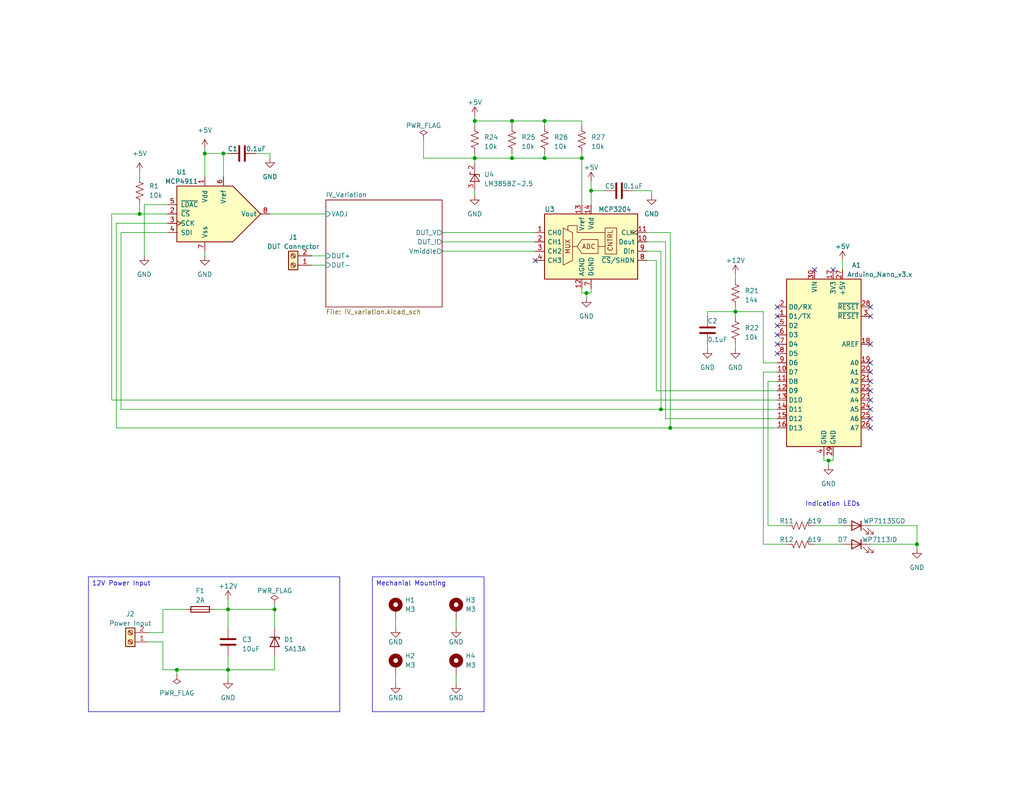
<source format=kicad_sch>
(kicad_sch (version 20230121) (generator eeschema)
  (paper "USLetter")
  (title_block (title "USB Curve Tracer") (date "2023-09-27") (rev "3") (comment 1 "Designed by Marek Newton") (comment 2 "Unless otherwise noted, all resistor are either 1% or 5% tolerance."))
  (lib_symbols
    (symbol "Analog_ADC:MCP3204" (pin_names (offset 0.762))
      (property "Reference" "U" (at -5.08 10.795 0))
      (property "Value" "MCP3204" (at -5.08 8.89 0))
      (symbol "MCP3204_0_0"
        (text "ADC" (at -0.635 -1.27 0) (effects (font (size 1.27 1.27))))
        (text "CNTRL" (at 5.969 -2.667 900) (effects (font (size 1.27 1.27)) (justify left bottom)))
        (text "MUX" (at -6.35 -1.27 900) (effects (font (size 1.27 1.27))))
      )
      (symbol "MCP3204_0_1"
        (polyline (pts (xy -5.08 -1.27) (xy -3.81 -1.27)))
        (polyline (pts (xy 1.905 -1.27) (xy 3.81 -1.27)))
        (polyline (pts (xy -7.62 3.81) (xy -7.62 -6.35) (xy -5.08 -5.08) (xy -5.08 2.54) (xy -7.62 3.81)))
        (polyline (pts (xy 3.81 2.54) (xy -3.81 2.54) (xy -3.81 4.445) (xy -6.35 4.445) (xy -6.35 3.175)))
        (polyline (pts (xy -3.81 -1.27) (xy -2.54 0.635) (xy 1.905 0.635) (xy 1.905 -3.175) (xy -2.54 -3.175) (xy -3.81 -1.27)))
        (rectangle (start 3.81 -3.302) (end 6.985 3.81))
        (rectangle (start 12.7 7.62) (end -12.7 -10.16) (stroke (width 0.254)) (fill (type background)))
      )
      (symbol "MCP3204_1_1"
        (pin input line (at -15.24 2.54 0) (length 2.54) (name "CH0") (number "1"))
        (pin output line (at 15.24 0 180) (length 2.54) (name "Dout") (number "10"))
        (pin input clock (at 15.24 2.54 180) (length 2.54) (name "CLK") (number "11"))
        (pin power_in line (at -2.54 -12.7 90) (length 2.54) (name "AGND") (number "12"))
        (pin power_in line (at -2.54 10.16 270) (length 2.54) (name "Vref") (number "13"))
        (pin power_in line (at 0 10.16 270) (length 2.54) (name "Vdd") (number "14"))
        (pin input line (at -15.24 0 0) (length 2.54) (name "CH1") (number "2"))
        (pin input line (at -15.24 -2.54 0) (length 2.54) (name "CH2") (number "3"))
        (pin input line (at -15.24 -5.08 0) (length 2.54) (name "CH3") (number "4"))
        (pin no_connect line (at -10.16 -10.16 90) (length 2.54) hide (name "NC") (number "5"))
        (pin no_connect line (at -7.62 -10.16 90) (length 2.54) hide (name "NC") (number "6"))
        (pin power_in line (at 0 -12.7 90) (length 2.54) (name "DGND") (number "7"))
        (pin input line (at 15.24 -5.08 180) (length 2.54) (name "~{CS}/SHDN") (number "8"))
        (pin input line (at 15.24 -2.54 180) (length 2.54) (name "Din") (number "9"))
      )
    )
    (symbol "Analog_DAC:MCP4911" (pin_names (offset 1.016))
      (property "Reference" "U" (at 6.35 10.795 0))
      (property "Value" "MCP4911" (at 6.35 8.89 0))
      (symbol "MCP4911_0_0"
        (polyline (pts (xy 15.24 0) (xy 7.62 7.62) (xy -7.62 7.62) (xy -7.62 -7.62) (xy 7.62 -7.62) (xy 15.24 0)) (stroke (width 0.254)) (fill (type background)))
      )
      (symbol "MCP4911_1_1"
        (pin power_in line (at 0 10.16 270) (length 2.54) (name "Vdd") (number "1"))
        (pin input line (at -10.16 0 0) (length 2.54) (name "~{CS}") (number "2"))
        (pin input clock (at -10.16 -2.54 0) (length 2.54) (name "SCK") (number "3"))
        (pin input line (at -10.16 -5.08 0) (length 2.54) (name "SDI") (number "4"))
        (pin input line (at -10.16 2.54 0) (length 2.54) (name "~{LDAC}") (number "5"))
        (pin power_in line (at 5.08 10.16 270) (length 2.54) (name "Vref") (number "6"))
        (pin power_in line (at 0 -10.16 90) (length 2.54) (name "Vss") (number "7"))
        (pin output line (at 17.78 0 180) (length 2.54) (name "Vout") (number "8"))
      )
    )
    (symbol "Connector:Screw_Terminal_01x02" (pin_names (offset 1.016) hide)
      (property "Reference" "J" (at 0 2.54 0))
      (property "Value" "Screw_Terminal_01x02" (at 0 -5.08 0))
      (symbol "Screw_Terminal_01x02_1_1"
        (rectangle (start -1.27 1.27) (end 1.27 -3.81) (stroke (width 0.254)) (fill (type background)))
        (circle (center 0 -2.54) (radius 0.635) (stroke (width 0.1524)))
        (polyline (pts (xy -0.5334 -2.2098) (xy 0.3302 -3.048)) (stroke (width 0.1524)))
        (polyline (pts (xy -0.5334 0.3302) (xy 0.3302 -0.508)) (stroke (width 0.1524)))
        (polyline (pts (xy -0.3556 -2.032) (xy 0.508 -2.8702)) (stroke (width 0.1524)))
        (polyline (pts (xy -0.3556 0.508) (xy 0.508 -0.3302)) (stroke (width 0.1524)))
        (circle (center 0 0) (radius 0.635) (stroke (width 0.1524)))
        (pin passive line (at -5.08 0 0) (length 3.81) (name "Pin_1") (number "1"))
        (pin passive line (at -5.08 -2.54 0) (length 3.81) (name "Pin_2") (number "2"))
      )
    )
    (symbol "Device:C" (pin_numbers hide) (pin_names (offset 0.254))
      (property "Reference" "C" (at 0.635 2.54 0))
      (property "Value" "C" (at 0.635 -2.54 0))
      (symbol "C_0_1"
        (polyline (pts (xy -2.032 -0.762) (xy 2.032 -0.762)) (stroke (width 0.508)))
        (polyline (pts (xy -2.032 0.762) (xy 2.032 0.762)) (stroke (width 0.508)))
      )
      (symbol "C_1_1"
        (pin passive line (at 0 3.81 270) (length 2.794) (name "~") (number "1"))
        (pin passive line (at 0 -3.81 90) (length 2.794) (name "~") (number "2"))
      )
    )
    (symbol "Device:D_Zener" (pin_numbers hide) (pin_names (offset 1.016) hide)
      (property "Reference" "D" (at 0 2.54 0))
      (property "Value" "D_Zener" (at 0 -2.54 0))
      (symbol "D_Zener_0_1"
        (polyline (pts (xy 1.27 0) (xy -1.27 0)))
        (polyline (pts (xy -1.27 -1.27) (xy -1.27 1.27) (xy -0.762 1.27)) (stroke (width 0.254)))
        (polyline (pts (xy 1.27 -1.27) (xy 1.27 1.27) (xy -1.27 0) (xy 1.27 -1.27)) (stroke (width 0.254)))
      )
      (symbol "D_Zener_1_1"
        (pin passive line (at -3.81 0 0) (length 2.54) (name "K") (number "1"))
        (pin passive line (at 3.81 0 180) (length 2.54) (name "A") (number "2"))
      )
    )
    (symbol "Device:Fuse" (pin_numbers hide) (pin_names (offset 0))
      (property "Reference" "F" (at 2.032 0 90))
      (property "Value" "Fuse" (at -1.905 0 90))
      (symbol "Fuse_0_1"
        (rectangle (start -0.762 -2.54) (end 0.762 2.54) (stroke (width 0.254)))
        (polyline (pts (xy 0 2.54) (xy 0 -2.54)))
      )
      (symbol "Fuse_1_1"
        (pin passive line (at 0 3.81 270) (length 1.27) (name "~") (number "1"))
        (pin passive line (at 0 -3.81 90) (length 1.27) (name "~") (number "2"))
      )
    )
    (symbol "Device:LED" (pin_numbers hide) (pin_names (offset 1.016) hide)
      (property "Reference" "D" (at 0 2.54 0))
      (property "Value" "LED" (at 0 -2.54 0))
      (symbol "LED_0_1"
        (polyline (pts (xy -1.27 -1.27) (xy -1.27 1.27)) (stroke (width 0.254)))
        (polyline (pts (xy -1.27 0) (xy 1.27 0)))
        (polyline (pts (xy 1.27 -1.27) (xy 1.27 1.27) (xy -1.27 0) (xy 1.27 -1.27)) (stroke (width 0.254)))
        (polyline (pts (xy -3.048 -0.762) (xy -4.572 -2.286) (xy -3.81 -2.286) (xy -4.572 -2.286) (xy -4.572 -1.524)))
        (polyline (pts (xy -1.778 -0.762) (xy -3.302 -2.286) (xy -2.54 -2.286) (xy -3.302 -2.286) (xy -3.302 -1.524)))
      )
      (symbol "LED_1_1"
        (pin passive line (at -3.81 0 0) (length 2.54) (name "K") (number "1"))
        (pin passive line (at 3.81 0 180) (length 2.54) (name "A") (number "2"))
      )
    )
    (symbol "Device:R_US" (pin_numbers hide) (pin_names (offset 0))
      (property "Reference" "R" (at 2.54 0 90))
      (property "Value" "R_US" (at -2.54 0 90))
      (symbol "R_US_0_1"
        (polyline (pts (xy 0 -2.286) (xy 0 -2.54)))
        (polyline (pts (xy 0 2.286) (xy 0 2.54)))
        (polyline (pts (xy 0 -0.762) (xy 1.016 -1.143) (xy 0 -1.524) (xy -1.016 -1.905) (xy 0 -2.286)))
        (polyline (pts (xy 0 0.762) (xy 1.016 0.381) (xy 0 0) (xy -1.016 -0.381) (xy 0 -0.762)))
        (polyline (pts (xy 0 2.286) (xy 1.016 1.905) (xy 0 1.524) (xy -1.016 1.143) (xy 0 0.762)))
      )
      (symbol "R_US_1_1"
        (pin passive line (at 0 3.81 270) (length 1.27) (name "~") (number "1"))
        (pin passive line (at 0 -3.81 90) (length 1.27) (name "~") (number "2"))
      )
    )
    (symbol "MCU_Module:Arduino_Nano_v3.x"
      (property "Reference" "A" (at -10.16 23.495 0))
      (property "Value" "Arduino_Nano_v3.x" (at 5.08 -24.13 0))
      (symbol "Arduino_Nano_v3.x_0_1"
        (rectangle (start -10.16 22.86) (end 10.16 -22.86) (stroke (width 0.254)) (fill (type background)))
      )
      (symbol "Arduino_Nano_v3.x_1_1"
        (pin bidirectional line (at -12.7 12.7 0) (length 2.54) (name "D1/TX") (number "1"))
        (pin bidirectional line (at -12.7 -2.54 0) (length 2.54) (name "D7") (number "10"))
        (pin bidirectional line (at -12.7 -5.08 0) (length 2.54) (name "D8") (number "11"))
        (pin bidirectional line (at -12.7 -7.62 0) (length 2.54) (name "D9") (number "12"))
        (pin bidirectional line (at -12.7 -10.16 0) (length 2.54) (name "D10") (number "13"))
        (pin bidirectional line (at -12.7 -12.7 0) (length 2.54) (name "D11") (number "14"))
        (pin bidirectional line (at -12.7 -15.24 0) (length 2.54) (name "D12") (number "15"))
        (pin bidirectional line (at -12.7 -17.78 0) (length 2.54) (name "D13") (number "16"))
        (pin power_out line (at 2.54 25.4 270) (length 2.54) (name "3V3") (number "17"))
        (pin input line (at 12.7 5.08 180) (length 2.54) (name "AREF") (number "18"))
        (pin bidirectional line (at 12.7 0 180) (length 2.54) (name "A0") (number "19"))
        (pin bidirectional line (at -12.7 15.24 0) (length 2.54) (name "D0/RX") (number "2"))
        (pin bidirectional line (at 12.7 -2.54 180) (length 2.54) (name "A1") (number "20"))
        (pin bidirectional line (at 12.7 -5.08 180) (length 2.54) (name "A2") (number "21"))
        (pin bidirectional line (at 12.7 -7.62 180) (length 2.54) (name "A3") (number "22"))
        (pin bidirectional line (at 12.7 -10.16 180) (length 2.54) (name "A4") (number "23"))
        (pin bidirectional line (at 12.7 -12.7 180) (length 2.54) (name "A5") (number "24"))
        (pin bidirectional line (at 12.7 -15.24 180) (length 2.54) (name "A6") (number "25"))
        (pin bidirectional line (at 12.7 -17.78 180) (length 2.54) (name "A7") (number "26"))
        (pin power_out line (at 5.08 25.4 270) (length 2.54) (name "+5V") (number "27"))
        (pin input line (at 12.7 15.24 180) (length 2.54) (name "~{RESET}") (number "28"))
        (pin power_in line (at 2.54 -25.4 90) (length 2.54) (name "GND") (number "29"))
        (pin input line (at 12.7 12.7 180) (length 2.54) (name "~{RESET}") (number "3"))
        (pin power_in line (at -2.54 25.4 270) (length 2.54) (name "VIN") (number "30"))
        (pin power_in line (at 0 -25.4 90) (length 2.54) (name "GND") (number "4"))
        (pin bidirectional line (at -12.7 10.16 0) (length 2.54) (name "D2") (number "5"))
        (pin bidirectional line (at -12.7 7.62 0) (length 2.54) (name "D3") (number "6"))
        (pin bidirectional line (at -12.7 5.08 0) (length 2.54) (name "D4") (number "7"))
        (pin bidirectional line (at -12.7 2.54 0) (length 2.54) (name "D5") (number "8"))
        (pin bidirectional line (at -12.7 0 0) (length 2.54) (name "D6") (number "9"))
      )
    )
    (symbol "Mechanical:MountingHole_Pad" (pin_numbers hide) (pin_names (offset 1.016) hide)
      (property "Reference" "H" (at 0 6.35 0))
      (property "Value" "MountingHole_Pad" (at 0 4.445 0))
      (symbol "MountingHole_Pad_0_1"
        (circle (center 0 1.27) (radius 1.27) (stroke (width 1.27)))
      )
      (symbol "MountingHole_Pad_1_1"
        (pin input line (at 0 -2.54 90) (length 2.54) (name "1") (number "1"))
      )
    )
    (symbol "Reference_Voltage:LM385BZ-2.5" (pin_names (offset 0.0254) hide)
      (property "Reference" "U" (at 0 2.54 0))
      (property "Value" "LM385BZ-2.5" (at 0 -3.175 0))
      (symbol "LM385BZ-2.5_0_1"
        (polyline (pts (xy -1.27 0) (xy 0 0) (xy 1.27 0)))
        (polyline (pts (xy -1.27 -1.27) (xy 0.635 0) (xy -1.27 1.27) (xy -1.27 -1.27)) (stroke (width 0.2032)))
        (polyline (pts (xy 0 -1.27) (xy 0.635 -1.27) (xy 0.635 1.27) (xy 1.27 1.27)) (stroke (width 0.2032)))
      )
      (symbol "LM385BZ-2.5_1_1"
        (pin passive line (at 3.81 0 180) (length 2.54) (name "K") (number "2"))
        (pin passive line (at -3.81 0 0) (length 2.54) (name "A") (number "3"))
      )
    )
    (symbol "power:+12V" (power) (pin_names (offset 0))
      (property "Value" "+12V" (at 0 3.556 0))
      (symbol "+12V_0_1"
        (polyline (pts (xy -0.762 1.27) (xy 0 2.54)))
        (polyline (pts (xy 0 0) (xy 0 2.54)))
        (polyline (pts (xy 0 2.54) (xy 0.762 1.27)))
      )
      (symbol "+12V_1_1"
        (pin power_in line (at 0 0 90) (length 0) hide (name "+12V") (number "1"))
      )
    )
    (symbol "power:+5V" (power) (pin_names (offset 0))
      (property "Value" "+5V" (at 0 3.556 0))
      (symbol "+5V_0_1"
        (polyline (pts (xy -0.762 1.27) (xy 0 2.54)))
        (polyline (pts (xy 0 0) (xy 0 2.54)))
        (polyline (pts (xy 0 2.54) (xy 0.762 1.27)))
      )
      (symbol "+5V_1_1"
        (pin power_in line (at 0 0 90) (length 0) hide (name "+5V") (number "1"))
      )
    )
    (symbol "power:GND" (power) (pin_names (offset 0))
      (property "Value" "GND" (at 0 -3.81 0))
      (symbol "GND_0_1"
        (polyline (pts (xy 0 0) (xy 0 -1.27) (xy 1.27 -1.27) (xy 0 -2.54) (xy -1.27 -1.27) (xy 0 -1.27)))
      )
      (symbol "GND_1_1"
        (pin power_in line (at 0 0 270) (length 0) hide (name "GND") (number "1"))
      )
    )
    (symbol "power:PWR_FLAG" (power) (pin_numbers hide) (pin_names (offset 0) hide)
      (property "Value" "PWR_FLAG" (at 0 3.81 0))
      (symbol "PWR_FLAG_0_0"
        (pin power_out line (at 0 0 90) (length 0) (name "pwr") (number "1"))
      )
      (symbol "PWR_FLAG_0_1"
        (polyline (pts (xy 0 0) (xy 0 1.27) (xy -1.016 1.905) (xy 0 2.54) (xy 1.016 1.905) (xy 0 1.27)))
      )
    )
  )
  (junction (at 62.23 182.88))
  (junction (at 139.7 33.02))
  (junction (at 182.88 116.84))
  (junction (at 250.19 148.59))
  (junction (at 160.02 80.01))
  (junction (at 139.7 43.18))
  (junction (at 48.26 182.88))
  (junction (at 60.96 41.91))
  (junction (at 62.23 166.37))
  (junction (at 148.59 43.18))
  (junction (at 200.66 85.09))
  (junction (at 148.59 33.02))
  (junction (at 129.54 33.02))
  (junction (at 158.75 43.18))
  (junction (at 38.1 58.42))
  (junction (at 129.54 43.18))
  (junction (at 226.06 125.73))
  (junction (at 180.34 111.76))
  (junction (at 55.88 41.91))
  (junction (at 161.29 52.07))
  (junction (at 74.93 166.37))
  (no_connect (at 146.05 71.12))
  (no_connect (at 237.49 99.06))
  (no_connect (at 237.49 104.14))
  (no_connect (at 237.49 83.82))
  (no_connect (at 212.09 91.44))
  (no_connect (at 237.49 116.84))
  (no_connect (at 237.49 111.76))
  (no_connect (at 227.33 73.66))
  (no_connect (at 237.49 114.3))
  (no_connect (at 237.49 93.98))
  (no_connect (at 212.09 88.9))
  (no_connect (at 237.49 86.36))
  (no_connect (at 212.09 93.98))
  (no_connect (at 237.49 101.6))
  (no_connect (at 237.49 106.68))
  (no_connect (at 212.09 86.36))
  (no_connect (at 212.09 96.52))
  (no_connect (at 222.25 73.66))
  (no_connect (at 237.49 109.22))
  (no_connect (at 212.09 83.82))
  (wire (pts (xy 129.54 43.18) (xy 139.7 43.18)))
  (wire (pts (xy 40.64 172.72) (xy 44.45 172.72)))
  (wire (pts (xy 120.65 63.5) (xy 146.05 63.5)))
  (wire (pts (xy 250.19 148.59) (xy 237.49 148.59)))
  (wire (pts (xy 33.02 111.76) (xy 180.34 111.76)))
  (wire (pts (xy 182.88 116.84) (xy 182.88 63.5)))
  (wire (pts (xy 208.28 101.6) (xy 208.28 148.59)))
  (wire (pts (xy 200.66 83.82) (xy 200.66 85.09)))
  (wire (pts (xy 129.54 41.91) (xy 129.54 43.18)))
  (wire (pts (xy 30.48 109.22) (xy 30.48 58.42)))
  (wire (pts (xy 148.59 41.91) (xy 148.59 43.18)))
  (wire (pts (xy 224.79 125.73) (xy 226.06 125.73)))
  (wire (pts (xy 229.87 148.59) (xy 222.25 148.59)))
  (wire (pts (xy 58.42 166.37) (xy 62.23 166.37)))
  (wire (pts (xy 31.75 116.84) (xy 182.88 116.84)))
  (wire (pts (xy 200.66 85.09) (xy 200.66 86.36)))
  (wire (pts (xy 33.02 111.76) (xy 33.02 63.5)))
  (wire (pts (xy 250.19 148.59) (xy 250.19 143.51)))
  (wire (pts (xy 208.28 148.59) (xy 214.63 148.59)))
  (wire (pts (xy 74.93 179.07) (xy 74.93 182.88)))
  (wire (pts (xy 139.7 41.91) (xy 139.7 43.18)))
  (wire (pts (xy 227.33 125.73) (xy 227.33 124.46)))
  (wire (pts (xy 161.29 52.07) (xy 165.1 52.07)))
  (wire (pts (xy 181.61 114.3) (xy 181.61 66.04)))
  (wire (pts (xy 48.26 182.88) (xy 48.26 184.15)))
  (wire (pts (xy 177.8 52.07) (xy 177.8 53.34)))
  (wire (pts (xy 161.29 52.07) (xy 161.29 55.88)))
  (wire (pts (xy 85.09 69.85) (xy 88.9 69.85)))
  (wire (pts (xy 30.48 109.22) (xy 212.09 109.22)))
  (wire (pts (xy 48.26 182.88) (xy 62.23 182.88)))
  (wire (pts (xy 212.09 101.6) (xy 208.28 101.6)))
  (wire (pts (xy 44.45 175.26) (xy 44.45 182.88)))
  (wire (pts (xy 74.93 182.88) (xy 62.23 182.88)))
  (wire (pts (xy 160.02 80.01) (xy 160.02 81.28)))
  (wire (pts (xy 129.54 31.75) (xy 129.54 33.02)))
  (wire (pts (xy 158.75 78.74) (xy 158.75 80.01)))
  (wire (pts (xy 224.79 124.46) (xy 224.79 125.73)))
  (wire (pts (xy 62.23 179.07) (xy 62.23 182.88)))
  (wire (pts (xy 160.02 80.01) (xy 161.29 80.01)))
  (wire (pts (xy 226.06 125.73) (xy 227.33 125.73)))
  (wire (pts (xy 62.23 166.37) (xy 74.93 166.37)))
  (wire (pts (xy 55.88 41.91) (xy 55.88 48.26)))
  (wire (pts (xy 38.1 46.99) (xy 38.1 48.26)))
  (wire (pts (xy 148.59 33.02) (xy 148.59 34.29)))
  (wire (pts (xy 115.57 43.18) (xy 129.54 43.18)))
  (wire (pts (xy 172.72 52.07) (xy 177.8 52.07)))
  (wire (pts (xy 55.88 40.64) (xy 55.88 41.91)))
  (wire (pts (xy 31.75 60.96) (xy 45.72 60.96)))
  (wire (pts (xy 180.34 68.58) (xy 180.34 111.76)))
  (wire (pts (xy 208.28 99.06) (xy 212.09 99.06)))
  (wire (pts (xy 250.19 149.86) (xy 250.19 148.59)))
  (wire (pts (xy 73.66 41.91) (xy 73.66 43.18)))
  (wire (pts (xy 60.96 41.91) (xy 60.96 48.26)))
  (wire (pts (xy 124.46 184.15) (xy 124.46 186.69)))
  (wire (pts (xy 38.1 58.42) (xy 38.1 55.88)))
  (wire (pts (xy 124.46 168.91) (xy 124.46 171.45)))
  (wire (pts (xy 39.37 55.88) (xy 45.72 55.88)))
  (wire (pts (xy 107.95 168.91) (xy 107.95 171.45)))
  (wire (pts (xy 74.93 165.1) (xy 74.93 166.37)))
  (wire (pts (xy 40.64 175.26) (xy 44.45 175.26)))
  (wire (pts (xy 139.7 33.02) (xy 148.59 33.02)))
  (wire (pts (xy 115.57 38.1) (xy 115.57 43.18)))
  (wire (pts (xy 180.34 111.76) (xy 212.09 111.76)))
  (wire (pts (xy 212.09 114.3) (xy 181.61 114.3)))
  (wire (pts (xy 161.29 49.53) (xy 161.29 52.07)))
  (wire (pts (xy 73.66 58.42) (xy 88.9 58.42)))
  (wire (pts (xy 39.37 69.85) (xy 39.37 55.88)))
  (wire (pts (xy 62.23 166.37) (xy 62.23 171.45)))
  (wire (pts (xy 214.63 143.51) (xy 209.55 143.51)))
  (wire (pts (xy 212.09 106.68) (xy 179.07 106.68)))
  (wire (pts (xy 229.87 143.51) (xy 222.25 143.51)))
  (wire (pts (xy 129.54 33.02) (xy 129.54 34.29)))
  (wire (pts (xy 30.48 58.42) (xy 38.1 58.42)))
  (wire (pts (xy 55.88 41.91) (xy 60.96 41.91)))
  (wire (pts (xy 209.55 104.14) (xy 212.09 104.14)))
  (wire (pts (xy 226.06 125.73) (xy 226.06 127)))
  (wire (pts (xy 212.09 116.84) (xy 182.88 116.84)))
  (wire (pts (xy 237.49 143.51) (xy 250.19 143.51)))
  (wire (pts (xy 44.45 172.72) (xy 44.45 166.37)))
  (wire (pts (xy 62.23 166.37) (xy 62.23 163.83)))
  (wire (pts (xy 200.66 74.93) (xy 200.66 76.2)))
  (wire (pts (xy 179.07 71.12) (xy 176.53 71.12)))
  (wire (pts (xy 55.88 68.58) (xy 55.88 69.85)))
  (wire (pts (xy 129.54 52.07) (xy 129.54 53.34)))
  (wire (pts (xy 176.53 68.58) (xy 180.34 68.58)))
  (wire (pts (xy 45.72 58.42) (xy 38.1 58.42)))
  (wire (pts (xy 229.87 71.12) (xy 229.87 73.66)))
  (wire (pts (xy 44.45 182.88) (xy 48.26 182.88)))
  (wire (pts (xy 120.65 68.58) (xy 146.05 68.58)))
  (wire (pts (xy 179.07 106.68) (xy 179.07 71.12)))
  (wire (pts (xy 62.23 182.88) (xy 62.23 185.42)))
  (wire (pts (xy 60.96 41.91) (xy 62.23 41.91)))
  (wire (pts (xy 158.75 43.18) (xy 158.75 55.88)))
  (wire (pts (xy 161.29 78.74) (xy 161.29 80.01)))
  (wire (pts (xy 69.85 41.91) (xy 73.66 41.91)))
  (wire (pts (xy 193.04 95.25) (xy 193.04 93.98)))
  (wire (pts (xy 182.88 63.5) (xy 176.53 63.5)))
  (wire (pts (xy 120.65 66.04) (xy 146.05 66.04)))
  (wire (pts (xy 148.59 43.18) (xy 158.75 43.18)))
  (wire (pts (xy 181.61 66.04) (xy 176.53 66.04)))
  (wire (pts (xy 129.54 33.02) (xy 139.7 33.02)))
  (wire (pts (xy 158.75 33.02) (xy 158.75 34.29)))
  (wire (pts (xy 209.55 143.51) (xy 209.55 104.14)))
  (wire (pts (xy 139.7 43.18) (xy 148.59 43.18)))
  (wire (pts (xy 158.75 41.91) (xy 158.75 43.18)))
  (wire (pts (xy 200.66 93.98) (xy 200.66 95.25)))
  (wire (pts (xy 44.45 166.37) (xy 50.8 166.37)))
  (wire (pts (xy 158.75 80.01) (xy 160.02 80.01)))
  (wire (pts (xy 85.09 72.39) (xy 88.9 72.39)))
  (wire (pts (xy 33.02 63.5) (xy 45.72 63.5)))
  (wire (pts (xy 200.66 85.09) (xy 208.28 85.09)))
  (wire (pts (xy 139.7 33.02) (xy 139.7 34.29)))
  (wire (pts (xy 31.75 116.84) (xy 31.75 60.96)))
  (wire (pts (xy 107.95 184.15) (xy 107.95 186.69)))
  (wire (pts (xy 193.04 86.36) (xy 193.04 85.09)))
  (wire (pts (xy 148.59 33.02) (xy 158.75 33.02)))
  (wire (pts (xy 129.54 43.18) (xy 129.54 44.45)))
  (wire (pts (xy 193.04 85.09) (xy 200.66 85.09)))
  (wire (pts (xy 74.93 166.37) (xy 74.93 171.45)))
  (wire (pts (xy 208.28 85.09) (xy 208.28 99.06)))
  (text_box "12V Power Input" (at 24.13 157.48 0) (size 68.58 36.83) (effects (font (size 1.27 1.27)) (justify left top)))
  (text_box "Mechanial Mounting" (at 101.6 157.48 0) (size 30.48 36.83) (effects (font (size 1.27 1.27)) (justify left top)))
  (text "Indication LEDs" (at 219.71 138.43 0) (effects (font (size 1.27 1.27)) (justify left bottom)))
  (symbol (lib_id "Device:R_US") (at 139.7 38.1 0) (unit 1)
    (property "Reference" "R25" (at 142.24 37.465 0) (effects (justify left)))
    (property "Value" "10k" (at 142.24 40.005 0) (effects (justify left)))
    (property "Footprint" "Resistor_THT:R_Axial_DIN0207_L6.3mm_D2.5mm_P7.62mm_Horizontal" (effects hide))
  )
  (symbol (lib_id "power:GND") (at 62.23 185.42 0) (unit 1)
    (property "Reference" "#PWR012" (effects hide))
    (property "Value" "GND" (at 62.23 190.5 0))
  )
  (symbol (lib_id "power:+5V") (at 161.29 49.53 0) (unit 1)
    (property "Reference" "#PWR024" (effects hide))
    (property "Value" "+5V" (at 161.29 45.72 0))
  )
  (symbol (lib_id "power:+5V") (at 55.88 40.64 0) (unit 1)
    (property "Reference" "#PWR010" (effects hide))
    (property "Value" "+5V" (at 55.88 35.56 0))
  )
  (symbol (lib_id "power:PWR_FLAG") (at 115.57 38.1 0) (unit 1)
    (property "Reference" "#FLG03" (effects hide))
    (property "Value" "PWR_FLAG" (at 115.57 34.29 0))
  )
  (symbol (lib_id "power:GND") (at 177.8 53.34 0) (mirror y) (unit 1)
    (property "Reference" "#PWR026" (effects hide))
    (property "Value" "GND" (at 177.8 58.42 0))
  )
  (symbol (lib_id "power:+5V") (at 38.1 46.99 0) (unit 1)
    (property "Reference" "#PWR01" (effects hide))
    (property "Value" "+5V" (at 38.1 41.91 0))
  )
  (symbol (lib_id "Device:Fuse") (at 54.61 166.37 90) (unit 1)
    (property "Reference" "F1" (at 54.61 161.29 90))
    (property "Value" "2A" (at 54.61 163.83 90))
    (property "Footprint" "Fuse:Fuse_1206_3216Metric_Pad1.42x1.75mm_HandSolder" (effects hide))
  )
  (symbol (lib_id "power:+12V") (at 62.23 163.83 0) (unit 1)
    (property "Reference" "#PWR013" (effects hide))
    (property "Value" "+12V" (at 62.23 160.02 0))
  )
  (symbol (lib_id "Mechanical:MountingHole_Pad") (at 107.95 166.37 0) (unit 1) (in_bom no)
    (property "Reference" "H1" (at 110.49 163.8299 0) (effects (justify left)))
    (property "Value" "M3" (at 110.49 166.3699 0) (effects (justify left)))
    (property "Footprint" "MountingHole:MountingHole_3.2mm_M3_Pad_Via" (effects hide))
  )
  (symbol (lib_id "Device:R_US") (at 129.54 38.1 0) (unit 1)
    (property "Reference" "R24" (at 132.08 37.465 0) (effects (justify left)))
    (property "Value" "10k" (at 132.08 40.005 0) (effects (justify left)))
    (property "Footprint" "Resistor_THT:R_Axial_DIN0207_L6.3mm_D2.5mm_P7.62mm_Horizontal" (effects hide))
  )
  (symbol (lib_id "Device:C") (at 168.91 52.07 90) (unit 1)
    (property "Reference" "C5" (at 166.37 50.8 90))
    (property "Value" "0.1uF" (at 172.72 50.8 90))
    (property "Footprint" "Capacitor_THT:C_Disc_D6.0mm_W2.5mm_P5.00mm" (effects hide))
  )
  (symbol (lib_id "power:+12V") (at 200.66 74.93 0) (unit 1)
    (property "Reference" "#PWR030" (effects hide))
    (property "Value" "+12V" (at 200.66 71.12 0))
  )
  (symbol (lib_id "Device:R_US") (at 38.1 52.07 0) (unit 1)
    (property "Reference" "R1" (at 40.64 50.7999 0) (effects (justify left)))
    (property "Value" "10k" (at 40.64 53.3399 0) (effects (justify left)))
    (property "Footprint" "Resistor_THT:R_Axial_DIN0207_L6.3mm_D2.5mm_P7.62mm_Horizontal" (effects hide))
  )
  (symbol (lib_id "power:GND") (at 226.06 127 0) (mirror y) (unit 1)
    (property "Reference" "#PWR011" (effects hide))
    (property "Value" "GND" (at 226.06 132.08 0))
  )
  (symbol (lib_id "power:GND") (at 124.46 171.45 0) (unit 1)
    (property "Reference" "#PWR07" (effects hide))
    (property "Value" "GND" (at 124.46 175.26 0))
  )
  (symbol (lib_id "power:GND") (at 129.54 53.34 0) (mirror y) (unit 1)
    (property "Reference" "#PWR031" (effects hide))
    (property "Value" "GND" (at 129.54 58.42 0))
  )
  (symbol (lib_id "Device:LED") (at 233.68 143.51 0) (mirror y) (unit 1)
    (property "Reference" "D6" (at 229.87 142.24 0))
    (property "Value" "WP7113SGD" (at 241.3 142.24 0))
    (property "Footprint" "LED_THT:LED_D5.0mm" (effects hide))
  )
  (symbol (lib_id "power:GND") (at 250.19 149.86 0) (unit 1)
    (property "Reference" "#PWR025" (effects hide))
    (property "Value" "GND" (at 250.19 154.94 0))
  )
  (symbol (lib_id "power:GND") (at 55.88 69.85 0) (mirror y) (unit 1)
    (property "Reference" "#PWR014" (effects hide))
    (property "Value" "GND" (at 55.88 74.93 0))
  )
  (symbol (lib_id "power:GND") (at 160.02 81.28 0) (mirror y) (unit 1)
    (property "Reference" "#PWR023" (effects hide))
    (property "Value" "GND" (at 160.02 86.36 0))
  )
  (symbol (lib_id "Mechanical:MountingHole_Pad") (at 124.46 166.37 0) (unit 1) (in_bom no)
    (property "Reference" "H3" (at 127 163.8299 0) (effects (justify left)))
    (property "Value" "M3" (at 127 166.3699 0) (effects (justify left)))
    (property "Footprint" "MountingHole:MountingHole_3.2mm_M3_Pad_Via" (effects hide))
  )
  (symbol (lib_id "Device:C") (at 62.23 175.26 0) (unit 1)
    (property "Reference" "C3" (at 66.04 174.625 0) (effects (justify left)))
    (property "Value" "10uF" (at 66.04 177.165 0) (effects (justify left)))
    (property "Footprint" "Capacitor_THT:C_Disc_D6.0mm_W2.5mm_P5.00mm" (effects hide))
  )
  (symbol (lib_id "Connector:Screw_Terminal_01x02") (at 80.01 72.39 180) (unit 1)
    (property "Reference" "J1" (at 80.01 64.77 0))
    (property "Value" "DUT Connector" (at 80.01 67.31 0))
    (property "Footprint" "TerminalBlock_Phoenix:TerminalBlock_Phoenix_MKDS-1,5-2-5.08_1x02_P5.08mm_Horizontal" (effects hide))
  )
  (symbol (lib_id "power:GND") (at 73.66 43.18 0) (mirror y) (unit 1)
    (property "Reference" "#PWR016" (effects hide))
    (property "Value" "GND" (at 73.66 48.26 0))
  )
  (symbol (lib_id "Connector:Screw_Terminal_01x02") (at 35.56 175.26 180) (unit 1)
    (property "Reference" "J2" (at 35.56 167.64 0))
    (property "Value" "Power Input" (at 35.56 170.18 0))
    (property "Footprint" "TerminalBlock_Phoenix:TerminalBlock_Phoenix_MKDS-1,5-2-5.08_1x02_P5.08mm_Horizontal" (effects hide))
  )
  (symbol (lib_id "power:PWR_FLAG") (at 48.26 184.15 180) (unit 1)
    (property "Reference" "#FLG01" (effects hide))
    (property "Value" "PWR_FLAG" (at 48.26 189.23 0))
  )
  (symbol (lib_id "power:PWR_FLAG") (at 74.93 165.1 0) (unit 1)
    (property "Reference" "#FLG02" (effects hide))
    (property "Value" "PWR_FLAG" (at 74.93 161.29 0))
  )
  (symbol (lib_id "Device:R_US") (at 158.75 38.1 0) (unit 1)
    (property "Reference" "R27" (at 161.29 37.465 0) (effects (justify left)))
    (property "Value" "10k" (at 161.29 40.005 0) (effects (justify left)))
    (property "Footprint" "Resistor_THT:R_Axial_DIN0207_L6.3mm_D2.5mm_P7.62mm_Horizontal" (effects hide))
  )
  (symbol (lib_id "Device:C") (at 193.04 90.17 0) (unit 1)
    (property "Reference" "C2" (at 193.04 87.63 0) (effects (justify left)))
    (property "Value" "0.1uF" (at 193.04 92.71 0) (effects (justify left)))
    (property "Footprint" "Capacitor_THT:C_Disc_D6.0mm_W2.5mm_P5.00mm" (effects hide))
  )
  (symbol (lib_id "Device:R_US") (at 200.66 90.17 0) (unit 1)
    (property "Reference" "R22" (at 203.2 89.535 0) (effects (justify left)))
    (property "Value" "10k" (at 203.2 92.075 0) (effects (justify left)))
    (property "Footprint" "Resistor_THT:R_Axial_DIN0207_L6.3mm_D2.5mm_P7.62mm_Horizontal" (effects hide))
  )
  (symbol (lib_id "Device:R_US") (at 200.66 80.01 0) (unit 1)
    (property "Reference" "R21" (at 203.2 79.375 0) (effects (justify left)))
    (property "Value" "14k" (at 203.2 81.915 0) (effects (justify left)))
    (property "Footprint" "Resistor_THT:R_Axial_DIN0207_L6.3mm_D2.5mm_P7.62mm_Horizontal" (effects hide))
  )
  (symbol (lib_id "Device:LED") (at 233.68 148.59 0) (mirror y) (unit 1)
    (property "Reference" "D7" (at 229.87 147.32 0))
    (property "Value" "WP7113ID" (at 240.03 147.32 0))
    (property "Footprint" "LED_THT:LED_D5.0mm" (effects hide))
  )
  (symbol (lib_id "Reference_Voltage:LM385BZ-2.5") (at 129.54 48.26 90) (unit 1)
    (property "Reference" "U4" (at 132.08 47.625 90) (effects (justify right)))
    (property "Value" "LM385BZ-2.5" (at 132.08 50.165 90) (effects (justify right)))
    (property "Footprint" "Package_TO_SOT_THT:TO-92_Inline" (effects hide))
    (property "Datasheet" "http://www.onsemi.com/pub_link/Collateral/LM285-D.PDF" (effects hide))
  )
  (symbol (lib_id "power:GND") (at 193.04 95.25 0) (unit 1)
    (property "Reference" "#PWR017" (effects hide))
    (property "Value" "GND" (at 193.04 100.33 0))
  )
  (symbol (lib_id "Device:R_US") (at 218.44 143.51 270) (mirror x) (unit 1)
    (property "Reference" "R11" (at 214.63 142.24 90))
    (property "Value" "619" (at 222.25 142.24 90))
    (property "Footprint" "Resistor_THT:R_Axial_DIN0207_L6.3mm_D2.5mm_P7.62mm_Horizontal" (effects hide))
  )
  (symbol (lib_id "power:GND") (at 107.95 186.69 0) (unit 1)
    (property "Reference" "#PWR06" (effects hide))
    (property "Value" "GND" (at 107.95 190.5 0))
  )
  (symbol (lib_id "Device:R_US") (at 148.59 38.1 0) (unit 1)
    (property "Reference" "R26" (at 151.13 37.465 0) (effects (justify left)))
    (property "Value" "10k" (at 151.13 40.005 0) (effects (justify left)))
    (property "Footprint" "Resistor_THT:R_Axial_DIN0207_L6.3mm_D2.5mm_P7.62mm_Horizontal" (effects hide))
  )
  (symbol (lib_id "Analog_ADC:MCP3204") (at 161.29 66.04 0) (unit 1)
    (property "Reference" "U3" (at 148.59 57.15 0) (effects (justify left)))
    (property "Value" "MCP3204" (at 163.2459 57.15 0) (effects (justify left)))
    (property "Footprint" "Package_DIP:DIP-14_W7.62mm" (effects hide))
    (property "Datasheet" "http://ww1.microchip.com/downloads/en/DeviceDoc/21298c.pdf" (effects hide))
  )
  (symbol (lib_id "power:GND") (at 124.46 186.69 0) (unit 1)
    (property "Reference" "#PWR08" (effects hide))
    (property "Value" "GND" (at 124.46 190.5 0))
  )
  (symbol (lib_id "Device:C") (at 66.04 41.91 90) (unit 1)
    (property "Reference" "C1" (at 63.5 40.64 90))
    (property "Value" "0.1uF" (at 69.85 40.64 90))
    (property "Footprint" "Capacitor_THT:C_Disc_D6.0mm_W2.5mm_P5.00mm" (effects hide))
  )
  (symbol (lib_id "power:GND") (at 107.95 171.45 0) (unit 1)
    (property "Reference" "#PWR05" (effects hide))
    (property "Value" "GND" (at 107.95 175.26 0))
  )
  (symbol (lib_id "Device:R_US") (at 218.44 148.59 270) (mirror x) (unit 1)
    (property "Reference" "R12" (at 214.63 147.32 90))
    (property "Value" "619" (at 222.25 147.32 90))
    (property "Footprint" "Resistor_THT:R_Axial_DIN0207_L6.3mm_D2.5mm_P7.62mm_Horizontal" (effects hide))
  )
  (symbol (lib_id "Mechanical:MountingHole_Pad") (at 107.95 181.61 0) (unit 1) (in_bom no)
    (property "Reference" "H2" (at 110.49 179.0699 0) (effects (justify left)))
    (property "Value" "M3" (at 110.49 181.6099 0) (effects (justify left)))
    (property "Footprint" "MountingHole:MountingHole_3.2mm_M3_Pad_Via" (effects hide))
  )
  (symbol (lib_id "Device:D_Zener") (at 74.93 175.26 270) (unit 1)
    (property "Reference" "D1" (at 77.47 174.625 90) (effects (justify left)))
    (property "Value" "SA13A" (at 77.47 177.165 90) (effects (justify left)))
    (property "Footprint" "Diode_THT:D_DO-15_P10.16mm_Horizontal" (effects hide))
  )
  (symbol (lib_id "power:GND") (at 39.37 69.85 0) (mirror y) (unit 1)
    (property "Reference" "#PWR02" (effects hide))
    (property "Value" "GND" (at 39.37 74.93 0))
  )
  (symbol (lib_id "Analog_DAC:MCP4911") (at 55.88 58.42 0) (unit 1)
    (property "Reference" "U1" (at 49.53 46.99 0))
    (property "Value" "MCP4911" (at 49.53 49.53 0))
    (property "Footprint" "Package_DIP:DIP-8_W7.62mm" (effects hide))
    (property "Datasheet" "http://ww1.microchip.com/downloads/en/DeviceDoc/22248a.pdf" (effects hide))
  )
  (symbol (lib_id "Mechanical:MountingHole_Pad") (at 124.46 181.61 0) (unit 1) (in_bom no)
    (property "Reference" "H4" (at 127 179.0699 0) (effects (justify left)))
    (property "Value" "M3" (at 127 181.6099 0) (effects (justify left)))
    (property "Footprint" "MountingHole:MountingHole_3.2mm_M3_Pad_Via" (effects hide))
  )
  (symbol (lib_id "MCU_Module:Arduino_Nano_v3.x") (at 224.79 99.06 0) (unit 1)
    (property "Reference" "A1" (at 232.41 72.39 0) (effects (justify left)))
    (property "Value" "Arduino_Nano_v3.x" (at 231.14 74.93 0) (effects (justify left)))
    (property "Footprint" "Module:Arduino_Nano" (effects hide))
    (property "Datasheet" "http://www.mouser.com/pdfdocs/Gravitech_Arduino_Nano3_0.pdf" (effects hide))
  )
  (symbol (lib_id "power:+5V") (at 229.87 71.12 0) (unit 1)
    (property "Reference" "#PWR09" (effects hide))
    (property "Value" "+5V" (at 229.87 67.31 0))
  )
  (symbol (lib_id "power:GND") (at 200.66 95.25 0) (unit 1)
    (property "Reference" "#PWR028" (effects hide))
    (property "Value" "GND" (at 200.66 100.33 0))
  )
  (symbol (lib_id "power:+5V") (at 129.54 31.75 0) (unit 1)
    (property "Reference" "#PWR032" (effects hide))
    (property "Value" "+5V" (at 129.54 27.94 0))
  )
  (sheet (at 88.9 54.61) (size 31.75 29.21) (stroke (width 0.1524))
    (property "Sheetname" "IV_Variation" (at 88.9 53.8984 0) (effects (justify left bottom)))
    (property "Sheetfile" "IV_variation.kicad_sch" (at 88.9 84.4046 0) (effects (justify left top)))
    (pin "DUT-" input (at 88.9 72.39 180))
    (pin "DUT+" input (at 88.9 69.85 180))
    (pin "DUT_I" output (at 120.65 66.04 0))
    (pin "DUT_V" output (at 120.65 63.5 0))
    (pin "VADJ" input (at 88.9 58.42 180))
    (pin "Vmiddle" output (at 120.65 68.58 0))
  )
)
</source>
